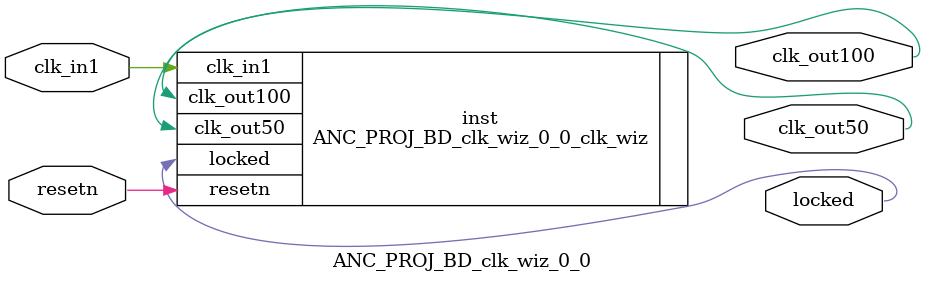
<source format=v>


`timescale 1ps/1ps

(* CORE_GENERATION_INFO = "ANC_PROJ_BD_clk_wiz_0_0,clk_wiz_v6_0_8_0_0,{component_name=ANC_PROJ_BD_clk_wiz_0_0,use_phase_alignment=true,use_min_o_jitter=false,use_max_i_jitter=false,use_dyn_phase_shift=false,use_inclk_switchover=false,use_dyn_reconfig=false,enable_axi=0,feedback_source=FDBK_AUTO,PRIMITIVE=MMCM,num_out_clk=2,clkin1_period=10.000,clkin2_period=10.000,use_power_down=false,use_reset=true,use_locked=true,use_inclk_stopped=false,feedback_type=SINGLE,CLOCK_MGR_TYPE=NA,manual_override=false}" *)

module ANC_PROJ_BD_clk_wiz_0_0 
 (
  // Clock out ports
  output        clk_out100,
  output        clk_out50,
  // Status and control signals
  input         resetn,
  output        locked,
 // Clock in ports
  input         clk_in1
 );

  ANC_PROJ_BD_clk_wiz_0_0_clk_wiz inst
  (
  // Clock out ports  
  .clk_out100(clk_out100),
  .clk_out50(clk_out50),
  // Status and control signals               
  .resetn(resetn), 
  .locked(locked),
 // Clock in ports
  .clk_in1(clk_in1)
  );

endmodule

</source>
